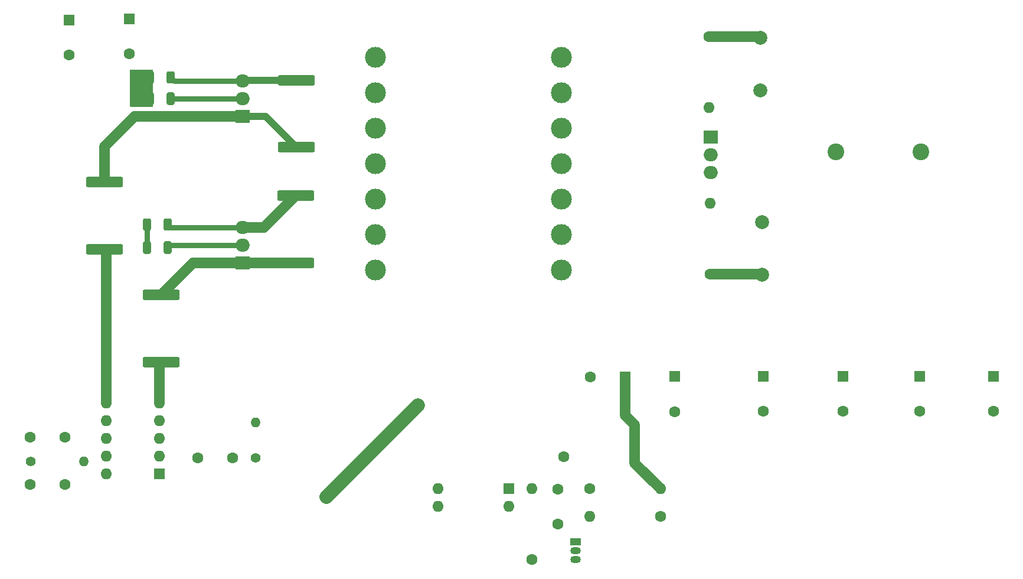
<source format=gbr>
%TF.GenerationSoftware,KiCad,Pcbnew,7.0.2*%
%TF.CreationDate,2023-06-13T00:04:41+03:00*%
%TF.ProjectId,Push_Pull,50757368-5f50-4756-9c6c-2e6b69636164,rev?*%
%TF.SameCoordinates,Original*%
%TF.FileFunction,Copper,L1,Top*%
%TF.FilePolarity,Positive*%
%FSLAX46Y46*%
G04 Gerber Fmt 4.6, Leading zero omitted, Abs format (unit mm)*
G04 Created by KiCad (PCBNEW 7.0.2) date 2023-06-13 00:04:41*
%MOMM*%
%LPD*%
G01*
G04 APERTURE LIST*
G04 Aperture macros list*
%AMRoundRect*
0 Rectangle with rounded corners*
0 $1 Rounding radius*
0 $2 $3 $4 $5 $6 $7 $8 $9 X,Y pos of 4 corners*
0 Add a 4 corners polygon primitive as box body*
4,1,4,$2,$3,$4,$5,$6,$7,$8,$9,$2,$3,0*
0 Add four circle primitives for the rounded corners*
1,1,$1+$1,$2,$3*
1,1,$1+$1,$4,$5*
1,1,$1+$1,$6,$7*
1,1,$1+$1,$8,$9*
0 Add four rect primitives between the rounded corners*
20,1,$1+$1,$2,$3,$4,$5,0*
20,1,$1+$1,$4,$5,$6,$7,0*
20,1,$1+$1,$6,$7,$8,$9,0*
20,1,$1+$1,$8,$9,$2,$3,0*%
G04 Aperture macros list end*
%TA.AperFunction,ComponentPad*%
%ADD10R,2.000000X1.905000*%
%TD*%
%TA.AperFunction,ComponentPad*%
%ADD11O,2.000000X1.905000*%
%TD*%
%TA.AperFunction,ComponentPad*%
%ADD12R,1.600000X1.600000*%
%TD*%
%TA.AperFunction,ComponentPad*%
%ADD13C,1.600000*%
%TD*%
%TA.AperFunction,ComponentPad*%
%ADD14O,1.600000X1.600000*%
%TD*%
%TA.AperFunction,ComponentPad*%
%ADD15C,1.400000*%
%TD*%
%TA.AperFunction,ComponentPad*%
%ADD16O,1.400000X1.400000*%
%TD*%
%TA.AperFunction,SMDPad,CuDef*%
%ADD17RoundRect,0.250001X-2.399999X0.487499X-2.399999X-0.487499X2.399999X-0.487499X2.399999X0.487499X0*%
%TD*%
%TA.AperFunction,ComponentPad*%
%ADD18C,3.000000*%
%TD*%
%TA.AperFunction,SMDPad,CuDef*%
%ADD19RoundRect,0.250001X2.399999X-0.487499X2.399999X0.487499X-2.399999X0.487499X-2.399999X-0.487499X0*%
%TD*%
%TA.AperFunction,ComponentPad*%
%ADD20C,2.000000*%
%TD*%
%TA.AperFunction,SMDPad,CuDef*%
%ADD21RoundRect,0.250000X0.325000X0.650000X-0.325000X0.650000X-0.325000X-0.650000X0.325000X-0.650000X0*%
%TD*%
%TA.AperFunction,ComponentPad*%
%ADD22R,1.500000X1.050000*%
%TD*%
%TA.AperFunction,ComponentPad*%
%ADD23O,1.500000X1.050000*%
%TD*%
%TA.AperFunction,SMDPad,CuDef*%
%ADD24RoundRect,0.250000X-0.312500X-0.625000X0.312500X-0.625000X0.312500X0.625000X-0.312500X0.625000X0*%
%TD*%
%TA.AperFunction,ComponentPad*%
%ADD25C,2.400000*%
%TD*%
%TA.AperFunction,ViaPad*%
%ADD26C,1.500000*%
%TD*%
%TA.AperFunction,Conductor*%
%ADD27C,1.500000*%
%TD*%
%TA.AperFunction,Conductor*%
%ADD28C,0.800000*%
%TD*%
%TA.AperFunction,Conductor*%
%ADD29C,1.000000*%
%TD*%
%TA.AperFunction,Conductor*%
%ADD30C,2.000000*%
%TD*%
G04 APERTURE END LIST*
D10*
%TO.P,Q1,1,G*%
%TO.N,/G1*%
X144836000Y-55499000D03*
D11*
%TO.P,Q1,2,D*%
%TO.N,/SW1D*%
X144836000Y-52959000D03*
%TO.P,Q1,3,S*%
%TO.N,/Rsh*%
X144836000Y-50419000D03*
%TD*%
D12*
%TO.P,C13,1*%
%TO.N,Vout*%
X206756000Y-92777698D03*
D13*
%TO.P,C13,2*%
%TO.N,GND2*%
X206756000Y-97777698D03*
%TD*%
%TO.P,R11,1*%
%TO.N,Net-(U3-K)*%
X186309000Y-118999000D03*
D14*
%TO.P,R11,2*%
%TO.N,Net-(R11-Pad2)*%
X186309000Y-108839000D03*
%TD*%
D15*
%TO.P,R13,1*%
%TO.N,Net-(C16-Pad2)*%
X146685000Y-104394000D03*
D16*
%TO.P,R13,2*%
%TO.N,/comp*%
X146685000Y-99314000D03*
%TD*%
D17*
%TO.P,R3,1*%
%TO.N,/Rsh*%
X152527000Y-50292000D03*
%TO.P,R3,2*%
%TO.N,/G1*%
X152527000Y-59917000D03*
%TD*%
D13*
%TO.P,R9,1*%
%TO.N,/Vref*%
X194564000Y-108839000D03*
D14*
%TO.P,R9,2*%
%TO.N,Vout*%
X204724000Y-108839000D03*
%TD*%
D18*
%TO.P,U2,1*%
%TO.N,/SW1D*%
X163830000Y-46990000D03*
%TO.P,U2,2*%
%TO.N,N/C*%
X163830000Y-52070000D03*
%TO.P,U2,3*%
%TO.N,VDC*%
X163830000Y-57150000D03*
%TO.P,U2,4*%
%TO.N,N/C*%
X163830000Y-62230000D03*
%TO.P,U2,5*%
%TO.N,VDC*%
X163830000Y-67310000D03*
%TO.P,U2,6*%
%TO.N,N/C*%
X163830000Y-72390000D03*
%TO.P,U2,7*%
%TO.N,/SW2D*%
X163830000Y-77470000D03*
%TO.P,U2,8*%
%TO.N,/VD2*%
X190500000Y-77470000D03*
%TO.P,U2,9*%
%TO.N,N/C*%
X190500000Y-72390000D03*
%TO.P,U2,10*%
%TO.N,GND2*%
X190500000Y-67310000D03*
%TO.P,U2,11*%
X190500000Y-62230000D03*
%TO.P,U2,12*%
X190500000Y-57150000D03*
%TO.P,U2,13*%
%TO.N,N/C*%
X190500000Y-52070000D03*
%TO.P,U2,14*%
%TO.N,/VD1*%
X190500000Y-46990000D03*
%TD*%
D13*
%TO.P,R21,1*%
%TO.N,Net-(C21-Pad2)*%
X211836000Y-78105000D03*
D14*
%TO.P,R21,2*%
%TO.N,/VD2*%
X211836000Y-67945000D03*
%TD*%
D19*
%TO.P,R1,1*%
%TO.N,/OUT2*%
X133096000Y-90664500D03*
%TO.P,R1,2*%
%TO.N,/G2*%
X133096000Y-81039500D03*
%TD*%
D13*
%TO.P,R20,1*%
%TO.N,Net-(C20-Pad2)*%
X211709000Y-44069000D03*
D14*
%TO.P,R20,2*%
%TO.N,/VD1*%
X211709000Y-54229000D03*
%TD*%
D12*
%TO.P,C4,1*%
%TO.N,VDC*%
X128524000Y-41529000D03*
D13*
%TO.P,C4,2*%
%TO.N,GND*%
X128524000Y-46529000D03*
%TD*%
%TO.P,C3,1*%
%TO.N,GND*%
X114340000Y-108204000D03*
%TO.P,C3,2*%
%TO.N,Net-(U1-SS)*%
X119340000Y-108204000D03*
%TD*%
D20*
%TO.P,C20,1*%
%TO.N,/Vsw-out*%
X219075000Y-51756000D03*
%TO.P,C20,2*%
%TO.N,Net-(C20-Pad2)*%
X219075000Y-44256000D03*
%TD*%
D13*
%TO.P,C10,1*%
%TO.N,/CS*%
X119300000Y-101473000D03*
%TO.P,C10,2*%
%TO.N,GND*%
X114300000Y-101473000D03*
%TD*%
D19*
%TO.P,R2,1*%
%TO.N,/OUT1*%
X124968000Y-74535500D03*
%TO.P,R2,2*%
%TO.N,/G1*%
X124968000Y-64910500D03*
%TD*%
D13*
%TO.P,R10,1*%
%TO.N,GND2*%
X204724000Y-112776000D03*
D14*
%TO.P,R10,2*%
%TO.N,/Vref*%
X194564000Y-112776000D03*
%TD*%
D20*
%TO.P,C21,1*%
%TO.N,/Vsw-out*%
X219329000Y-70672000D03*
%TO.P,C21,2*%
%TO.N,Net-(C21-Pad2)*%
X219329000Y-78172000D03*
%TD*%
D12*
%TO.P,C11,1*%
%TO.N,Vout*%
X230886000Y-92720349D03*
D13*
%TO.P,C11,2*%
%TO.N,GND2*%
X230886000Y-97720349D03*
%TD*%
D12*
%TO.P,C14,1*%
%TO.N,Vout*%
X199633651Y-92837000D03*
D13*
%TO.P,C14,2*%
%TO.N,GND2*%
X194633651Y-92837000D03*
%TD*%
D12*
%TO.P,C5,1*%
%TO.N,VDC*%
X119888000Y-41656000D03*
D13*
%TO.P,C5,2*%
%TO.N,GND*%
X119888000Y-46656000D03*
%TD*%
D12*
%TO.P,C12,1*%
%TO.N,Vout*%
X219456000Y-92720349D03*
D13*
%TO.P,C12,2*%
%TO.N,GND2*%
X219456000Y-97720349D03*
%TD*%
D12*
%TO.P,C1,1*%
%TO.N,Vout*%
X252476000Y-92720349D03*
D13*
%TO.P,C1,2*%
%TO.N,GND2*%
X252476000Y-97720349D03*
%TD*%
%TO.P,C16,1*%
%TO.N,GND*%
X138343000Y-104394000D03*
%TO.P,C16,2*%
%TO.N,Net-(C16-Pad2)*%
X143343000Y-104394000D03*
%TD*%
D21*
%TO.P,C19,1*%
%TO.N,/SW1D*%
X134444000Y-52959000D03*
%TO.P,C19,2*%
%TO.N,/Snb1*%
X131494000Y-52959000D03*
%TD*%
D22*
%TO.P,U3,1,REF*%
%TO.N,/Vref*%
X192553000Y-116459000D03*
D23*
%TO.P,U3,2,A*%
%TO.N,GND2*%
X192553000Y-117729000D03*
%TO.P,U3,3,K*%
%TO.N,Net-(U3-K)*%
X192553000Y-118999000D03*
%TD*%
D12*
%TO.P,U1,1,Vin*%
%TO.N,VDC*%
X132857000Y-106675000D03*
D14*
%TO.P,U1,2,Vfb*%
%TO.N,GND*%
X132857000Y-104135000D03*
%TO.P,U1,3,Comp*%
%TO.N,/comp*%
X132857000Y-101595000D03*
%TO.P,U1,4,Vcc*%
%TO.N,Net-(U1-Vcc)*%
X132857000Y-99055000D03*
%TO.P,U1,5,OUT1*%
%TO.N,/OUT2*%
X132857000Y-96515000D03*
%TO.P,U1,6,OUT2*%
%TO.N,/OUT1*%
X125237000Y-96515000D03*
%TO.P,U1,7,GND*%
%TO.N,GND*%
X125237000Y-99055000D03*
%TO.P,U1,8,CS*%
%TO.N,/CS*%
X125237000Y-101595000D03*
%TO.P,U1,9,RT*%
%TO.N,Net-(U1-RT)*%
X125237000Y-104135000D03*
%TO.P,U1,10,SS*%
%TO.N,Net-(U1-SS)*%
X125237000Y-106675000D03*
%TD*%
D24*
%TO.P,R17,1*%
%TO.N,/Snb2*%
X131125500Y-70993000D03*
%TO.P,R17,2*%
%TO.N,/Rsh*%
X134050500Y-70993000D03*
%TD*%
D13*
%TO.P,C15,1*%
%TO.N,Net-(U3-K)*%
X189992000Y-113879000D03*
%TO.P,C15,2*%
%TO.N,/Vref*%
X189992000Y-108879000D03*
%TD*%
D21*
%TO.P,C18,1*%
%TO.N,/SW2D*%
X134063000Y-74295000D03*
%TO.P,C18,2*%
%TO.N,/Snb2*%
X131113000Y-74295000D03*
%TD*%
D10*
%TO.P,Q2,1,G*%
%TO.N,/G2*%
X144836000Y-76454000D03*
D11*
%TO.P,Q2,2,D*%
%TO.N,/SW2D*%
X144836000Y-73914000D03*
%TO.P,Q2,3,S*%
%TO.N,/Rsh*%
X144836000Y-71374000D03*
%TD*%
D10*
%TO.P,D1,1,K*%
%TO.N,/VD1*%
X211911000Y-58420000D03*
D11*
%TO.P,D1,2,A*%
%TO.N,/Vsw-out*%
X211911000Y-60960000D03*
%TO.P,D1,3,K*%
%TO.N,/VD2*%
X211911000Y-63500000D03*
%TD*%
D17*
%TO.P,R4,1*%
%TO.N,/Rsh*%
X152400000Y-66815500D03*
%TO.P,R4,2*%
%TO.N,/G2*%
X152400000Y-76440500D03*
%TD*%
D12*
%TO.P,C2,1*%
%TO.N,Vout*%
X241935000Y-92720349D03*
D13*
%TO.P,C2,2*%
%TO.N,GND2*%
X241935000Y-97720349D03*
%TD*%
%TO.P,R12,1*%
%TO.N,Net-(R11-Pad2)*%
X190881000Y-104267000D03*
D14*
%TO.P,R12,2*%
%TO.N,Vout*%
X201041000Y-104267000D03*
%TD*%
D24*
%TO.P,R18,1*%
%TO.N,/Snb1*%
X131506500Y-49911000D03*
%TO.P,R18,2*%
%TO.N,/Rsh*%
X134431500Y-49911000D03*
%TD*%
D15*
%TO.P,R5,1*%
%TO.N,GND*%
X114427000Y-104902000D03*
D16*
%TO.P,R5,2*%
%TO.N,Net-(U1-RT)*%
X122047000Y-104902000D03*
%TD*%
D25*
%TO.P,L1,1,1*%
%TO.N,/Vsw-out*%
X229866000Y-60579000D03*
%TO.P,L1,2,2*%
%TO.N,Vout*%
X242066000Y-60579000D03*
%TD*%
D12*
%TO.P,U4,1*%
%TO.N,Net-(R11-Pad2)*%
X183027000Y-108834000D03*
D14*
%TO.P,U4,2*%
%TO.N,Net-(U3-K)*%
X183027000Y-111374000D03*
%TO.P,U4,3*%
%TO.N,GND*%
X172867000Y-111374000D03*
%TO.P,U4,4*%
%TO.N,/comp*%
X172867000Y-108834000D03*
%TD*%
D26*
%TO.N,VDC*%
X169926000Y-96901000D03*
X156845000Y-109982000D03*
%TD*%
D27*
%TO.N,/OUT2*%
X132857000Y-90903500D02*
X133096000Y-90664500D01*
X132857000Y-96515000D02*
X132857000Y-90903500D01*
%TO.N,/OUT1*%
X125237000Y-96515000D02*
X125237000Y-74804500D01*
X125237000Y-74804500D02*
X124968000Y-74535500D01*
%TO.N,Vout*%
X201041000Y-104267000D02*
X201041000Y-105156000D01*
X199633651Y-98287651D02*
X201041000Y-99695000D01*
X201041000Y-99695000D02*
X201041000Y-104267000D01*
X199633651Y-92837000D02*
X199633651Y-98287651D01*
X201041000Y-105156000D02*
X204724000Y-108839000D01*
D28*
%TO.N,/Snb2*%
X131125500Y-70993000D02*
X131125500Y-74282500D01*
X131125500Y-74282500D02*
X131113000Y-74295000D01*
D27*
%TO.N,Net-(C20-Pad2)*%
X218888000Y-44069000D02*
X219075000Y-44256000D01*
X211709000Y-44069000D02*
X218888000Y-44069000D01*
%TO.N,Net-(C21-Pad2)*%
X211836000Y-78105000D02*
X219262000Y-78105000D01*
X219262000Y-78105000D02*
X219329000Y-78172000D01*
D28*
%TO.N,/SW1D*%
X144836000Y-52959000D02*
X134444000Y-52959000D01*
%TO.N,/Rsh*%
X134431500Y-49911000D02*
X134939500Y-50419000D01*
X134431500Y-71374000D02*
X134050500Y-70993000D01*
D27*
X144836000Y-71374000D02*
X147841500Y-71374000D01*
X147841500Y-71374000D02*
X152400000Y-66815500D01*
D29*
X152527000Y-50292000D02*
X144963000Y-50292000D01*
D28*
X134939500Y-50419000D02*
X144836000Y-50419000D01*
D29*
X144963000Y-50292000D02*
X144836000Y-50419000D01*
D28*
X144836000Y-71374000D02*
X134431500Y-71374000D01*
%TO.N,/SW2D*%
X134444000Y-73914000D02*
X144836000Y-73914000D01*
X134063000Y-74295000D02*
X134444000Y-73914000D01*
D30*
%TO.N,VDC*%
X156845000Y-109982000D02*
X169926000Y-96901000D01*
D27*
%TO.N,/G1*%
X124968000Y-64910500D02*
X124968000Y-59817000D01*
D29*
X148109000Y-55499000D02*
X152527000Y-59917000D01*
X144836000Y-55499000D02*
X148109000Y-55499000D01*
D27*
X124968000Y-59817000D02*
X129286000Y-55499000D01*
X129286000Y-55499000D02*
X144836000Y-55499000D01*
%TO.N,/G2*%
X152386500Y-76454000D02*
X152400000Y-76440500D01*
X137654500Y-76481000D02*
X144809000Y-76481000D01*
X133096000Y-81039500D02*
X137654500Y-76481000D01*
X144836000Y-76454000D02*
X152386500Y-76454000D01*
X144809000Y-76481000D02*
X144836000Y-76454000D01*
%TD*%
%TA.AperFunction,Conductor*%
%TO.N,/Snb1*%
G36*
X131896039Y-48787685D02*
G01*
X131941794Y-48840489D01*
X131953000Y-48892000D01*
X131953000Y-53978000D01*
X131933315Y-54045039D01*
X131880511Y-54090794D01*
X131829000Y-54102000D01*
X128775000Y-54102000D01*
X128707961Y-54082315D01*
X128662206Y-54029511D01*
X128651000Y-53978000D01*
X128651000Y-48892000D01*
X128670685Y-48824961D01*
X128723489Y-48779206D01*
X128775000Y-48768000D01*
X131829000Y-48768000D01*
X131896039Y-48787685D01*
G37*
%TD.AperFunction*%
%TD*%
M02*

</source>
